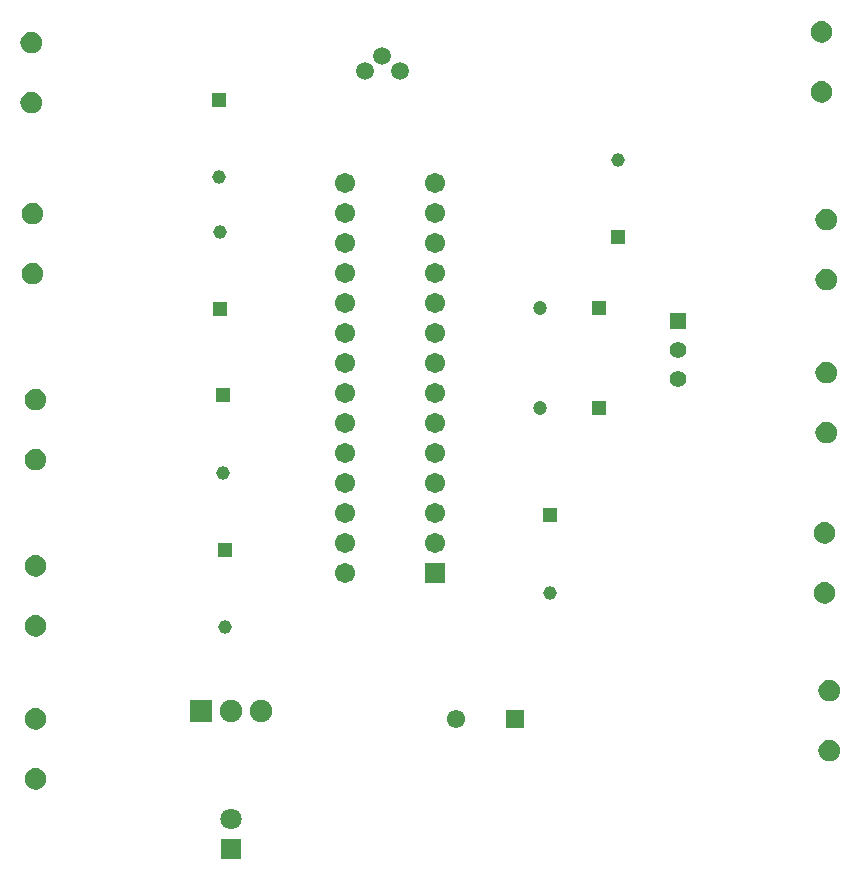
<source format=gbs>
G04*
G04 #@! TF.GenerationSoftware,Altium Limited,Altium Designer,22.10.1 (41)*
G04*
G04 Layer_Color=16711935*
%FSLAX25Y25*%
%MOIN*%
G70*
G04*
G04 #@! TF.SameCoordinates,D8DE2597-0232-48C6-990D-D127052A737A*
G04*
G04*
G04 #@! TF.FilePolarity,Negative*
G04*
G01*
G75*
%ADD17C,0.06706*%
%ADD18R,0.06706X0.06706*%
%ADD19C,0.04528*%
%ADD20R,0.04528X0.04528*%
%ADD21C,0.05918*%
%ADD22R,0.06115X0.06115*%
%ADD23C,0.06115*%
%ADD24R,0.07099X0.07099*%
%ADD25C,0.07099*%
%ADD26C,0.07493*%
%ADD27R,0.07493X0.07493*%
%ADD28R,0.05524X0.05524*%
%ADD29C,0.05524*%
%ADD30C,0.04724*%
%ADD31R,0.04724X0.04724*%
G36*
X63419Y52000D02*
X63541Y51073D01*
X63899Y50210D01*
X64468Y49468D01*
X65210Y48899D01*
X66073Y48541D01*
X67000Y48419D01*
X67927Y48541D01*
X68790Y48899D01*
X69532Y49468D01*
X70101Y50210D01*
X70459Y51073D01*
X70581Y52000D01*
D01*
X70459Y52927D01*
X70101Y53790D01*
X69532Y54532D01*
X68790Y55101D01*
X67927Y55459D01*
X67000Y55581D01*
X66073Y55459D01*
X65210Y55101D01*
X64468Y54532D01*
X63899Y53790D01*
X63541Y52927D01*
X63419Y52000D01*
D01*
D02*
G37*
G36*
Y72000D02*
X63541Y71073D01*
X63899Y70210D01*
X64468Y69468D01*
X65210Y68899D01*
X66073Y68541D01*
X67000Y68419D01*
X67927Y68541D01*
X68790Y68899D01*
X69532Y69468D01*
X70101Y70210D01*
X70459Y71073D01*
X70581Y72000D01*
D01*
X70459Y72927D01*
X70101Y73790D01*
X69532Y74532D01*
X68790Y75101D01*
X67927Y75459D01*
X67000Y75581D01*
X66073Y75459D01*
X65210Y75101D01*
X64468Y74532D01*
X63899Y73790D01*
X63541Y72927D01*
X63419Y72000D01*
D01*
D02*
G37*
G36*
Y103000D02*
X63541Y102073D01*
X63899Y101210D01*
X64468Y100468D01*
X65210Y99899D01*
X66073Y99541D01*
X67000Y99419D01*
X67927Y99541D01*
X68790Y99899D01*
X69532Y100468D01*
X70101Y101210D01*
X70459Y102073D01*
X70581Y103000D01*
D01*
X70459Y103927D01*
X70101Y104790D01*
X69532Y105532D01*
X68790Y106101D01*
X67927Y106459D01*
X67000Y106581D01*
X66073Y106459D01*
X65210Y106101D01*
X64468Y105532D01*
X63899Y104790D01*
X63541Y103927D01*
X63419Y103000D01*
D01*
D02*
G37*
G36*
Y123000D02*
X63541Y122073D01*
X63899Y121210D01*
X64468Y120468D01*
X65210Y119899D01*
X66073Y119541D01*
X67000Y119419D01*
X67927Y119541D01*
X68790Y119899D01*
X69532Y120468D01*
X70101Y121210D01*
X70459Y122073D01*
X70581Y123000D01*
D01*
X70459Y123927D01*
X70101Y124790D01*
X69532Y125532D01*
X68790Y126101D01*
X67927Y126459D01*
X67000Y126581D01*
X66073Y126459D01*
X65210Y126101D01*
X64468Y125532D01*
X63899Y124790D01*
X63541Y123927D01*
X63419Y123000D01*
D01*
D02*
G37*
G36*
Y158500D02*
X63541Y157573D01*
X63899Y156710D01*
X64468Y155968D01*
X65210Y155399D01*
X66073Y155041D01*
X67000Y154919D01*
X67927Y155041D01*
X68790Y155399D01*
X69532Y155968D01*
X70101Y156710D01*
X70459Y157573D01*
X70581Y158500D01*
D01*
X70459Y159427D01*
X70101Y160290D01*
X69532Y161032D01*
X68790Y161601D01*
X67927Y161959D01*
X67000Y162081D01*
X66073Y161959D01*
X65210Y161601D01*
X64468Y161032D01*
X63899Y160290D01*
X63541Y159427D01*
X63419Y158500D01*
D01*
D02*
G37*
G36*
Y178500D02*
X63541Y177573D01*
X63899Y176710D01*
X64468Y175968D01*
X65210Y175399D01*
X66073Y175041D01*
X67000Y174919D01*
X67927Y175041D01*
X68790Y175399D01*
X69532Y175968D01*
X70101Y176710D01*
X70459Y177573D01*
X70581Y178500D01*
D01*
X70459Y179427D01*
X70101Y180290D01*
X69532Y181032D01*
X68790Y181601D01*
X67927Y181959D01*
X67000Y182081D01*
X66073Y181959D01*
X65210Y181601D01*
X64468Y181032D01*
X63899Y180290D01*
X63541Y179427D01*
X63419Y178500D01*
D01*
D02*
G37*
G36*
X62419Y220500D02*
X62541Y219573D01*
X62899Y218710D01*
X63468Y217968D01*
X64210Y217399D01*
X65073Y217041D01*
X66000Y216919D01*
X66927Y217041D01*
X67790Y217399D01*
X68532Y217968D01*
X69101Y218710D01*
X69459Y219573D01*
X69581Y220500D01*
D01*
X69459Y221427D01*
X69101Y222290D01*
X68532Y223032D01*
X67790Y223601D01*
X66927Y223959D01*
X66000Y224081D01*
X65073Y223959D01*
X64210Y223601D01*
X63468Y223032D01*
X62899Y222290D01*
X62541Y221427D01*
X62419Y220500D01*
D01*
D02*
G37*
G36*
Y240500D02*
X62541Y239573D01*
X62899Y238710D01*
X63468Y237968D01*
X64210Y237399D01*
X65073Y237041D01*
X66000Y236919D01*
X66927Y237041D01*
X67790Y237399D01*
X68532Y237968D01*
X69101Y238710D01*
X69459Y239573D01*
X69581Y240500D01*
D01*
X69459Y241427D01*
X69101Y242290D01*
X68532Y243032D01*
X67790Y243601D01*
X66927Y243959D01*
X66000Y244081D01*
X65073Y243959D01*
X64210Y243601D01*
X63468Y243032D01*
X62899Y242290D01*
X62541Y241427D01*
X62419Y240500D01*
D01*
D02*
G37*
G36*
X61919Y277500D02*
X62041Y276573D01*
X62399Y275710D01*
X62968Y274968D01*
X63710Y274399D01*
X64573Y274041D01*
X65500Y273919D01*
X66427Y274041D01*
X67290Y274399D01*
X68032Y274968D01*
X68601Y275710D01*
X68959Y276573D01*
X69081Y277500D01*
D01*
X68959Y278427D01*
X68601Y279290D01*
X68032Y280032D01*
X67290Y280601D01*
X66427Y280959D01*
X65500Y281081D01*
X64573Y280959D01*
X63710Y280601D01*
X62968Y280032D01*
X62399Y279290D01*
X62041Y278427D01*
X61919Y277500D01*
D01*
D02*
G37*
G36*
Y297500D02*
X62041Y296573D01*
X62399Y295710D01*
X62968Y294968D01*
X63710Y294399D01*
X64573Y294041D01*
X65500Y293919D01*
X66427Y294041D01*
X67290Y294399D01*
X68032Y294968D01*
X68601Y295710D01*
X68959Y296573D01*
X69081Y297500D01*
D01*
X68959Y298427D01*
X68601Y299290D01*
X68032Y300032D01*
X67290Y300601D01*
X66427Y300959D01*
X65500Y301081D01*
X64573Y300959D01*
X63710Y300601D01*
X62968Y300032D01*
X62399Y299290D01*
X62041Y298427D01*
X61919Y297500D01*
D01*
D02*
G37*
G36*
X327919Y61500D02*
X328041Y60573D01*
X328399Y59710D01*
X328968Y58968D01*
X329710Y58399D01*
X330573Y58041D01*
X331500Y57919D01*
X332427Y58041D01*
X333290Y58399D01*
X334032Y58968D01*
X334601Y59710D01*
X334959Y60573D01*
X335081Y61500D01*
D01*
X334959Y62427D01*
X334601Y63290D01*
X334032Y64032D01*
X333290Y64601D01*
X332427Y64959D01*
X331500Y65081D01*
X330573Y64959D01*
X329710Y64601D01*
X328968Y64032D01*
X328399Y63290D01*
X328041Y62427D01*
X327919Y61500D01*
D01*
D02*
G37*
G36*
Y81500D02*
X328041Y80573D01*
X328399Y79710D01*
X328968Y78968D01*
X329710Y78399D01*
X330573Y78041D01*
X331500Y77919D01*
X332427Y78041D01*
X333290Y78399D01*
X334032Y78968D01*
X334601Y79710D01*
X334959Y80573D01*
X335081Y81500D01*
D01*
X334959Y82427D01*
X334601Y83290D01*
X334032Y84032D01*
X333290Y84601D01*
X332427Y84959D01*
X331500Y85081D01*
X330573Y84959D01*
X329710Y84601D01*
X328968Y84032D01*
X328399Y83290D01*
X328041Y82427D01*
X327919Y81500D01*
D01*
D02*
G37*
G36*
X326419Y114000D02*
X326541Y113073D01*
X326899Y112210D01*
X327468Y111468D01*
X328210Y110899D01*
X329073Y110541D01*
X330000Y110419D01*
X330927Y110541D01*
X331790Y110899D01*
X332532Y111468D01*
X333101Y112210D01*
X333459Y113073D01*
X333581Y114000D01*
D01*
X333459Y114927D01*
X333101Y115790D01*
X332532Y116532D01*
X331790Y117101D01*
X330927Y117459D01*
X330000Y117581D01*
X329073Y117459D01*
X328210Y117101D01*
X327468Y116532D01*
X326899Y115790D01*
X326541Y114927D01*
X326419Y114000D01*
D01*
D02*
G37*
G36*
Y134000D02*
X326541Y133073D01*
X326899Y132210D01*
X327468Y131468D01*
X328210Y130899D01*
X329073Y130541D01*
X330000Y130419D01*
X330927Y130541D01*
X331790Y130899D01*
X332532Y131468D01*
X333101Y132210D01*
X333459Y133073D01*
X333581Y134000D01*
D01*
X333459Y134927D01*
X333101Y135790D01*
X332532Y136532D01*
X331790Y137101D01*
X330927Y137459D01*
X330000Y137581D01*
X329073Y137459D01*
X328210Y137101D01*
X327468Y136532D01*
X326899Y135790D01*
X326541Y134927D01*
X326419Y134000D01*
D01*
D02*
G37*
G36*
X326919Y167500D02*
X327041Y166573D01*
X327399Y165710D01*
X327968Y164968D01*
X328710Y164399D01*
X329573Y164041D01*
X330500Y163919D01*
X331427Y164041D01*
X332290Y164399D01*
X333032Y164968D01*
X333601Y165710D01*
X333959Y166573D01*
X334081Y167500D01*
D01*
X333959Y168427D01*
X333601Y169290D01*
X333032Y170032D01*
X332290Y170601D01*
X331427Y170959D01*
X330500Y171081D01*
X329573Y170959D01*
X328710Y170601D01*
X327968Y170032D01*
X327399Y169290D01*
X327041Y168427D01*
X326919Y167500D01*
D01*
D02*
G37*
G36*
Y187500D02*
X327041Y186573D01*
X327399Y185710D01*
X327968Y184968D01*
X328710Y184399D01*
X329573Y184041D01*
X330500Y183919D01*
X331427Y184041D01*
X332290Y184399D01*
X333032Y184968D01*
X333601Y185710D01*
X333959Y186573D01*
X334081Y187500D01*
D01*
X333959Y188427D01*
X333601Y189290D01*
X333032Y190032D01*
X332290Y190601D01*
X331427Y190959D01*
X330500Y191081D01*
X329573Y190959D01*
X328710Y190601D01*
X327968Y190032D01*
X327399Y189290D01*
X327041Y188427D01*
X326919Y187500D01*
D01*
D02*
G37*
G36*
Y218500D02*
X327041Y217573D01*
X327399Y216710D01*
X327968Y215968D01*
X328710Y215399D01*
X329573Y215041D01*
X330500Y214919D01*
X331427Y215041D01*
X332290Y215399D01*
X333032Y215968D01*
X333601Y216710D01*
X333959Y217573D01*
X334081Y218500D01*
D01*
X333959Y219427D01*
X333601Y220290D01*
X333032Y221032D01*
X332290Y221601D01*
X331427Y221959D01*
X330500Y222081D01*
X329573Y221959D01*
X328710Y221601D01*
X327968Y221032D01*
X327399Y220290D01*
X327041Y219427D01*
X326919Y218500D01*
D01*
D02*
G37*
G36*
Y238500D02*
X327041Y237573D01*
X327399Y236710D01*
X327968Y235968D01*
X328710Y235399D01*
X329573Y235041D01*
X330500Y234919D01*
X331427Y235041D01*
X332290Y235399D01*
X333032Y235968D01*
X333601Y236710D01*
X333959Y237573D01*
X334081Y238500D01*
D01*
X333959Y239427D01*
X333601Y240290D01*
X333032Y241032D01*
X332290Y241601D01*
X331427Y241959D01*
X330500Y242081D01*
X329573Y241959D01*
X328710Y241601D01*
X327968Y241032D01*
X327399Y240290D01*
X327041Y239427D01*
X326919Y238500D01*
D01*
D02*
G37*
G36*
X325419Y281000D02*
X325541Y280073D01*
X325899Y279210D01*
X326468Y278468D01*
X327210Y277899D01*
X328073Y277541D01*
X329000Y277419D01*
X329927Y277541D01*
X330790Y277899D01*
X331532Y278468D01*
X332101Y279210D01*
X332459Y280073D01*
X332581Y281000D01*
D01*
X332459Y281927D01*
X332101Y282790D01*
X331532Y283532D01*
X330790Y284101D01*
X329927Y284459D01*
X329000Y284581D01*
X328073Y284459D01*
X327210Y284101D01*
X326468Y283532D01*
X325899Y282790D01*
X325541Y281927D01*
X325419Y281000D01*
D01*
D02*
G37*
G36*
Y301000D02*
X325541Y300073D01*
X325899Y299210D01*
X326468Y298468D01*
X327210Y297899D01*
X328073Y297541D01*
X329000Y297419D01*
X329927Y297541D01*
X330790Y297899D01*
X331532Y298468D01*
X332101Y299210D01*
X332459Y300073D01*
X332581Y301000D01*
D01*
X332459Y301927D01*
X332101Y302790D01*
X331532Y303532D01*
X330790Y304101D01*
X329927Y304459D01*
X329000Y304581D01*
X328073Y304459D01*
X327210Y304101D01*
X326468Y303532D01*
X325899Y302790D01*
X325541Y301927D01*
X325419Y301000D01*
D01*
D02*
G37*
D17*
X170000Y250500D02*
D03*
Y240500D02*
D03*
Y230500D02*
D03*
Y220500D02*
D03*
Y210500D02*
D03*
Y200500D02*
D03*
Y190500D02*
D03*
Y180500D02*
D03*
Y170500D02*
D03*
Y160500D02*
D03*
Y150500D02*
D03*
Y140500D02*
D03*
Y130500D02*
D03*
Y120500D02*
D03*
X200000Y250500D02*
D03*
Y240500D02*
D03*
Y230500D02*
D03*
Y220500D02*
D03*
Y210500D02*
D03*
Y200500D02*
D03*
Y190500D02*
D03*
Y180500D02*
D03*
Y170500D02*
D03*
Y160500D02*
D03*
Y150500D02*
D03*
Y140500D02*
D03*
Y130500D02*
D03*
D18*
Y120500D02*
D03*
D19*
X128500Y234413D02*
D03*
X130000Y102587D02*
D03*
X129500Y154087D02*
D03*
X128000Y252587D02*
D03*
X261000Y258413D02*
D03*
X238500Y114087D02*
D03*
D20*
X128500Y208587D02*
D03*
X130000Y128413D02*
D03*
X129500Y179913D02*
D03*
X128000Y278413D02*
D03*
X261000Y232587D02*
D03*
X238500Y139913D02*
D03*
D21*
X188347Y288000D02*
D03*
X182500Y293000D02*
D03*
X176654Y288000D02*
D03*
D22*
X226842Y72000D02*
D03*
D23*
X207157D02*
D03*
D24*
X132000Y28500D02*
D03*
D25*
Y38500D02*
D03*
D26*
X142000Y74500D02*
D03*
X132000D02*
D03*
D27*
X122000D02*
D03*
D28*
X281000Y204606D02*
D03*
D29*
Y195000D02*
D03*
Y185394D02*
D03*
D30*
X235157Y175500D02*
D03*
Y209000D02*
D03*
D31*
X254842Y175500D02*
D03*
Y209000D02*
D03*
M02*

</source>
